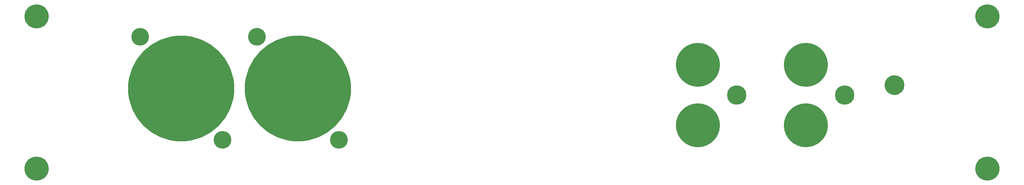
<source format=gbr>
%TF.GenerationSoftware,KiCad,Pcbnew,7.0.5-0*%
%TF.CreationDate,2024-02-04T17:42:31+01:00*%
%TF.ProjectId,Frontpanel,46726f6e-7470-4616-9e65-6c2e6b696361,rev?*%
%TF.SameCoordinates,Original*%
%TF.FileFunction,Soldermask,Top*%
%TF.FilePolarity,Negative*%
%FSLAX46Y46*%
G04 Gerber Fmt 4.6, Leading zero omitted, Abs format (unit mm)*
G04 Created by KiCad (PCBNEW 7.0.5-0) date 2024-02-04 17:42:31*
%MOMM*%
%LPD*%
G01*
G04 APERTURE LIST*
%ADD10C,2.325000*%
%ADD11C,10.200000*%
%ADD12C,4.500000*%
%ADD13C,4.100000*%
%ADD14C,24.600000*%
%ADD15C,5.600000*%
G04 APERTURE END LIST*
D10*
X230162500Y-91000000D02*
G75*
G03*
X230162500Y-91000000I-1162500J0D01*
G01*
D11*
%TO.C,J4*%
X208500000Y-86300000D03*
X208500000Y-100300000D03*
D12*
X217500000Y-93300000D03*
%TD*%
D11*
%TO.C,J3*%
X183500000Y-86300000D03*
X183500000Y-100300000D03*
D12*
X192500000Y-93300000D03*
%TD*%
D13*
%TO.C,J2*%
X81500000Y-79750000D03*
D14*
X91000000Y-91750000D03*
D13*
X100500000Y-103750000D03*
%TD*%
%TO.C,J1*%
X54500000Y-79750000D03*
D14*
X64000000Y-91750000D03*
D13*
X73500000Y-103750000D03*
%TD*%
D15*
%TO.C,H4*%
X250500000Y-110400000D03*
%TD*%
%TO.C,H1*%
X30500000Y-110400000D03*
%TD*%
%TO.C,H2*%
X30500000Y-75000000D03*
%TD*%
%TO.C,H3*%
X250500000Y-75000000D03*
%TD*%
M02*

</source>
